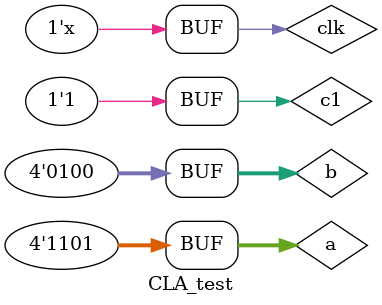
<source format=v>
`timescale 1ns / 1ps


module CLA_test( );
reg[3:0]a,b;
reg c1;
wire [3:0]s;
wire c0;
CLA_adder M1(a,b,c1,s,c0);
reg clk=0;
always #10 clk= ~clk;
initial
begin
a=6;b=8;c1=0;
#20;
a=7;b=11;c1=0;
#20;
a=12;b=9;c1=1;
#20;
a=13;b=4;c1=1;
#20;

end





endmodule

</source>
